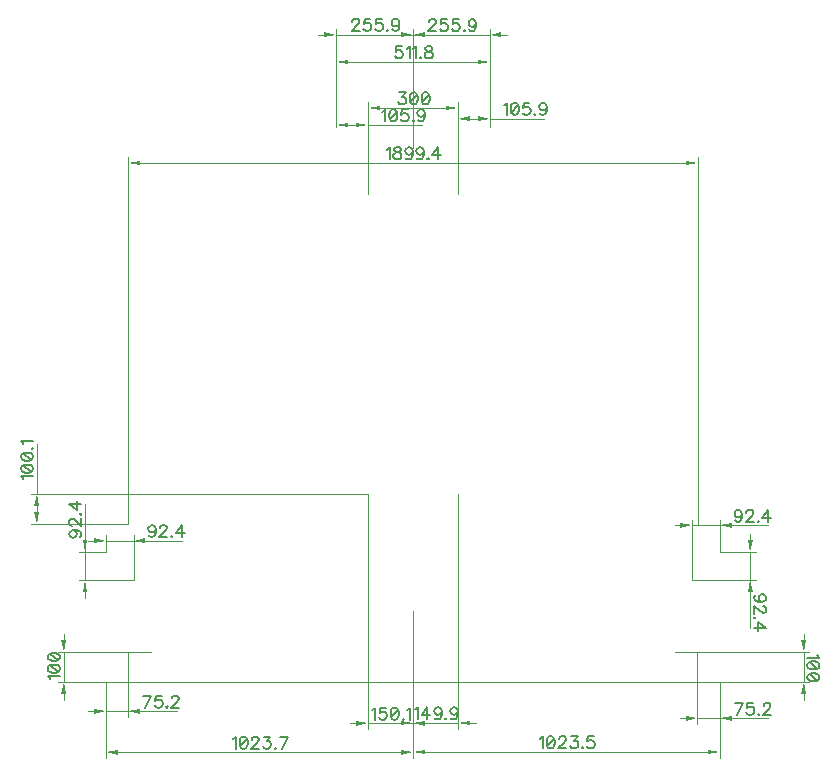
<source format=gbr>
G04 DipTrace 3.0.0.0*
G04 TopDimension.gbr*
%MOIN*%
G04 #@! TF.FileFunction,Drawing,Top*
G04 #@! TF.Part,Single*
%ADD13C,0.0015*%
%ADD42C,0.006176*%
%FSLAX26Y26*%
G04*
G70*
G90*
G75*
G01*
G04 TopDimension*
%LPD*%
X1417441Y631221D2*
D13*
Y139633D1*
X393701Y393701D2*
Y139633D1*
X905571Y159318D2*
X1378071D1*
G36*
X1417441D2*
X1378071Y151444D1*
Y167192D1*
X1417441Y159318D1*
G37*
X905571D2*
D13*
X433071D1*
G36*
X393701D2*
X433071Y167192D1*
Y151444D1*
X393701Y159318D1*
G37*
X1417441Y631221D2*
D13*
Y140814D1*
X2440945Y393701D2*
Y140814D1*
X1929193Y160499D2*
X1456811D1*
G36*
X1417441D2*
X1456811Y168373D1*
Y152625D1*
X1417441Y160499D1*
G37*
X1929193D2*
D13*
X2401575D1*
G36*
X2440945D2*
X2401575Y152625D1*
Y168373D1*
X2440945Y160499D1*
G37*
X1267310Y2021391D2*
D13*
Y2326641D1*
X1567310Y2021391D2*
Y2326641D1*
X1417310Y2306956D2*
X1306680D1*
G36*
X1267310D2*
X1306680Y2314830D1*
Y2299082D1*
X1267310Y2306956D1*
G37*
X1417310D2*
D13*
X1527940D1*
G36*
X1567310D2*
X1527940Y2299082D1*
Y2314830D1*
X1567310Y2306956D1*
G37*
X2367047Y921378D2*
D13*
Y2143439D1*
X467612Y921260D2*
Y2143439D1*
X1417330Y2123753D2*
X2327677D1*
G36*
X2367047D2*
X2327677Y2115879D1*
Y2131628D1*
X2367047Y2123753D1*
G37*
X1417330D2*
D13*
X506982D1*
G36*
X467612D2*
X506982Y2131628D1*
Y2115879D1*
X467612Y2123753D1*
G37*
X1567310Y2021391D2*
D13*
Y2291732D1*
X1673229Y2244095D2*
Y2291732D1*
X1620269Y2272047D2*
X1606680D1*
G36*
X1567310D2*
X1606680Y2279921D1*
Y2264173D1*
X1567310Y2272047D1*
G37*
X1620269D2*
D13*
X1633858D1*
G36*
X1673229D2*
X1633858Y2264173D1*
Y2279921D1*
X1673229Y2272047D1*
G37*
X1853929D2*
D13*
X1673229D1*
X1267310Y2021391D2*
Y2269948D1*
X1161418Y2244095D2*
Y2269948D1*
X1214364Y2250263D2*
X1227940D1*
G36*
X1267310D2*
X1227940Y2242389D1*
Y2258137D1*
X1267310Y2250263D1*
G37*
X1214364D2*
D13*
X1200788D1*
G36*
X1161418D2*
X1200788Y2258137D1*
Y2242389D1*
X1161418Y2250263D1*
G37*
X1448010D2*
D13*
X1267310D1*
X467612Y921260D2*
X143439D1*
X1267310Y1021391D2*
X143439D1*
X163124Y971326D2*
Y960630D1*
G36*
Y921260D2*
X155250Y960630D1*
X170998D1*
X163124Y921260D1*
G37*
Y971326D2*
D13*
Y982021D1*
G36*
Y1021391D2*
X170998Y982021D1*
X155250D1*
X163124Y1021391D1*
G37*
Y1186793D2*
D13*
Y1021391D1*
X2290958Y493688D2*
X2739239D1*
X393701Y393701D2*
X2739239D1*
X2719554Y493688D2*
Y393701D1*
Y552743D2*
Y533058D1*
G36*
Y493688D2*
X2711680Y533058D1*
X2727428D1*
X2719554Y493688D1*
G37*
Y334646D2*
D13*
Y354331D1*
G36*
Y393701D2*
X2727428Y354331D1*
X2711680D1*
X2719554Y393701D1*
G37*
X543688Y493688D2*
D13*
X233334D1*
X2440945Y393701D2*
X233334D1*
X253019Y493688D2*
Y393701D1*
Y552743D2*
Y533058D1*
G36*
Y493688D2*
X245145Y533058D1*
X260893D1*
X253019Y493688D1*
G37*
Y334646D2*
D13*
Y354331D1*
G36*
Y393701D2*
X260893Y354331D1*
X245145D1*
X253019Y393701D1*
G37*
X1161418Y2244095D2*
D13*
Y2479790D1*
X1673229Y2244095D2*
Y2479790D1*
X1417323Y2460105D2*
X1200788D1*
G36*
X1161418D2*
X1200788Y2467979D1*
Y2452231D1*
X1161418Y2460105D1*
G37*
X1417323D2*
D13*
X1633858D1*
G36*
X1673229D2*
X1633858Y2452231D1*
Y2467979D1*
X1673229Y2460105D1*
G37*
X1567310Y1021391D2*
D13*
Y237795D1*
X1417441Y531221D2*
Y237795D1*
Y257481D2*
X1567310D1*
X1358386D2*
X1378071D1*
G36*
X1417441D2*
X1378071Y249607D1*
Y265355D1*
X1417441Y257481D1*
G37*
X1626365D2*
D13*
X1606680D1*
G36*
X1567310D2*
X1606680Y265355D1*
Y249607D1*
X1567310Y257481D1*
G37*
X1417441Y531221D2*
D13*
Y235958D1*
X1267310Y1021391D2*
Y235958D1*
Y255643D2*
X1417441D1*
X1208255D2*
X1227940D1*
G36*
X1267310D2*
X1227940Y247769D1*
Y263517D1*
X1267310Y255643D1*
G37*
X1476496D2*
D13*
X1456811D1*
G36*
X1417441D2*
X1456811Y263517D1*
Y247769D1*
X1417441Y255643D1*
G37*
X468885Y493688D2*
D13*
Y276641D1*
X393701Y393701D2*
Y276641D1*
Y296326D2*
X468885D1*
X334646D2*
X354331D1*
G36*
X393701D2*
X354331Y288452D1*
Y304200D1*
X393701Y296326D1*
G37*
X527940D2*
D13*
X508255D1*
G36*
X468885D2*
X508255Y304200D1*
Y288452D1*
X468885Y296326D1*
G37*
X629540D2*
D13*
X468885D1*
X2365761Y493688D2*
Y252756D1*
X2440945Y393701D2*
Y252756D1*
X2365761Y272441D2*
X2440945D1*
X2306706D2*
X2326391D1*
G36*
X2365761D2*
X2326391Y264567D1*
Y280315D1*
X2365761Y272441D1*
G37*
X2500000D2*
D13*
X2480315D1*
G36*
X2440945D2*
X2480315Y280315D1*
Y264567D1*
X2440945Y272441D1*
G37*
X2601600D2*
D13*
X2440945D1*
X486089Y734383D2*
Y884383D1*
X393701Y826772D2*
Y884383D1*
Y864698D2*
X486089D1*
X334646D2*
X354331D1*
G36*
X393701D2*
X354331Y856824D1*
Y872572D1*
X393701Y864698D1*
G37*
X545145D2*
D13*
X525460D1*
G36*
X486089D2*
X525460Y872572D1*
Y856824D1*
X486089Y864698D1*
G37*
X646744D2*
D13*
X486089D1*
Y734383D2*
X304331D1*
X393701Y826772D2*
X304331D1*
X324016D2*
Y734383D1*
Y885827D2*
Y866142D1*
G36*
Y826772D2*
X316142Y866142D1*
X331890D1*
X324016Y826772D1*
G37*
Y675328D2*
D13*
Y695013D1*
G36*
Y734383D2*
X331890Y695013D1*
X316142D1*
X324016Y734383D1*
G37*
Y987427D2*
D13*
Y826772D1*
X2348557Y734383D2*
Y935171D1*
X2440945Y826772D2*
Y935171D1*
X2348557Y915486D2*
X2440945D1*
X2289502D2*
X2309187D1*
G36*
X2348557D2*
X2309187Y907612D1*
Y923360D1*
X2348557Y915486D1*
G37*
X2500000D2*
D13*
X2480315D1*
G36*
X2440945D2*
X2480315Y923360D1*
Y907612D1*
X2440945Y915486D1*
G37*
X2601600D2*
D13*
X2440945D1*
X2348557Y734383D2*
X2562074D1*
X2440945Y826772D2*
X2562074D1*
X2542389D2*
Y734383D1*
Y885827D2*
Y866142D1*
G36*
Y826772D2*
X2534515Y866142D1*
X2550263D1*
X2542389Y826772D1*
G37*
Y675328D2*
D13*
Y695013D1*
G36*
Y734383D2*
X2550263Y695013D1*
X2534515D1*
X2542389Y734383D1*
G37*
Y573728D2*
D13*
Y826772D1*
X1417323Y2172966D2*
Y2570735D1*
X1673229Y2244095D2*
Y2570735D1*
X1417323Y2551050D2*
X1673229D1*
X1358268D2*
X1377953D1*
G36*
X1417323D2*
X1377953Y2543176D1*
Y2558924D1*
X1417323Y2551050D1*
G37*
X1732284D2*
D13*
X1712599D1*
G36*
X1673229D2*
X1712599Y2558924D1*
Y2543176D1*
X1673229Y2551050D1*
G37*
X1417323Y2172966D2*
D13*
Y2571785D1*
X1161418Y2244095D2*
Y2571785D1*
Y2552100D2*
X1417323D1*
X1102362D2*
X1122047D1*
G36*
X1161418D2*
X1122047Y2544226D1*
Y2559974D1*
X1161418Y2552100D1*
G37*
X1476378D2*
D13*
X1456693D1*
G36*
X1417323D2*
X1456693Y2559974D1*
Y2544226D1*
X1417323Y2552100D1*
G37*
X817470Y204027D2*
D42*
X821317Y205973D1*
X827065Y211676D1*
Y171529D1*
X850913Y211676D2*
X845165Y209775D1*
X841318Y204027D1*
X839417Y194476D1*
Y188728D1*
X841318Y179178D1*
X845165Y173430D1*
X850913Y171529D1*
X854715D1*
X860463Y173430D1*
X864266Y179178D1*
X866211Y188728D1*
Y194476D1*
X864266Y204027D1*
X860463Y209775D1*
X854715Y211676D1*
X850913D1*
X864266Y204027D2*
X841318Y179178D1*
X880508Y202126D2*
Y204027D1*
X882409Y207874D1*
X884311Y209775D1*
X888157Y211676D1*
X895807D1*
X899609Y209775D1*
X901510Y207874D1*
X903456Y204027D1*
Y200224D1*
X901510Y196378D1*
X897708Y190674D1*
X878563Y171529D1*
X905357D1*
X921555Y211676D2*
X942558D1*
X931106Y196378D1*
X936854D1*
X940657Y194476D1*
X942558Y192575D1*
X944503Y186827D1*
Y183025D1*
X942558Y177277D1*
X938755Y173430D1*
X933007Y171529D1*
X927259D1*
X921555Y173430D1*
X919654Y175375D1*
X917709Y179178D1*
X958756Y175375D2*
X956855Y173430D1*
X958756Y171529D1*
X960701Y173430D1*
X958756Y175375D1*
X980702Y171529D2*
X999848Y211676D1*
X973053D1*
X1841092Y205208D2*
X1844939Y207154D1*
X1850687Y212857D1*
Y172710D1*
X1874535Y212857D2*
X1868787Y210956D1*
X1864940Y205208D1*
X1863039Y195658D1*
Y189910D1*
X1864940Y180359D1*
X1868787Y174611D1*
X1874535Y172710D1*
X1878337D1*
X1884085Y174611D1*
X1887888Y180359D1*
X1889833Y189910D1*
Y195658D1*
X1887888Y205208D1*
X1884085Y210956D1*
X1878337Y212857D1*
X1874535D1*
X1887888Y205208D2*
X1864940Y180359D1*
X1904130Y203307D2*
Y205208D1*
X1906031Y209055D1*
X1907933Y210956D1*
X1911779Y212857D1*
X1919429D1*
X1923231Y210956D1*
X1925133Y209055D1*
X1927078Y205208D1*
Y201406D1*
X1925133Y197559D1*
X1921330Y191855D1*
X1902185Y172710D1*
X1928979D1*
X1945177Y212857D2*
X1966180D1*
X1954728Y197559D1*
X1960476D1*
X1964279Y195658D1*
X1966180Y193756D1*
X1968125Y188008D1*
Y184206D1*
X1966180Y178458D1*
X1962377Y174611D1*
X1956629Y172710D1*
X1950881D1*
X1945177Y174611D1*
X1943276Y176556D1*
X1941331Y180359D1*
X1982378Y176556D2*
X1980477Y174611D1*
X1982378Y172710D1*
X1984324Y174611D1*
X1982378Y176556D1*
X2019623Y212857D2*
X2000522D1*
X1998620Y195658D1*
X2000522Y197559D1*
X2006270Y199504D1*
X2011974D1*
X2017722Y197559D1*
X2021568Y193756D1*
X2023470Y188008D1*
Y184206D1*
X2021568Y178458D1*
X2017722Y174611D1*
X2011974Y172710D1*
X2006270D1*
X2000522Y174611D1*
X1998620Y176556D1*
X1996675Y180359D1*
X1371701Y2359314D2*
X1392704D1*
X1381252Y2344016D1*
X1387000D1*
X1390802Y2342114D1*
X1392704Y2340213D1*
X1394649Y2334465D1*
Y2330662D1*
X1392704Y2324914D1*
X1388901Y2321068D1*
X1383153Y2319166D1*
X1377405D1*
X1371701Y2321068D1*
X1369800Y2323013D1*
X1367854Y2326816D1*
X1418497Y2359314D2*
X1412748Y2357413D1*
X1408902Y2351665D1*
X1407000Y2342114D1*
Y2336366D1*
X1408902Y2326816D1*
X1412748Y2321068D1*
X1418497Y2319166D1*
X1422299D1*
X1428047Y2321068D1*
X1431850Y2326816D1*
X1433795Y2336366D1*
Y2342114D1*
X1431850Y2351665D1*
X1428047Y2357413D1*
X1422299Y2359314D1*
X1418497D1*
X1431850Y2351665D2*
X1408902Y2326816D1*
X1457643Y2359314D2*
X1451895Y2357413D1*
X1448048Y2351665D1*
X1446147Y2342114D1*
Y2336366D1*
X1448048Y2326816D1*
X1451895Y2321068D1*
X1457643Y2319166D1*
X1461445D1*
X1467193Y2321068D1*
X1470996Y2326816D1*
X1472941Y2336366D1*
Y2342114D1*
X1470996Y2351665D1*
X1467193Y2357413D1*
X1461445Y2359314D1*
X1457643D1*
X1470996Y2351665D2*
X1448048Y2326816D1*
X1330202Y2168463D2*
X1334048Y2170408D1*
X1339796Y2176112D1*
Y2135964D1*
X1361698Y2176112D2*
X1355995Y2174211D1*
X1354049Y2170408D1*
Y2166561D1*
X1355995Y2162759D1*
X1359797Y2160813D1*
X1367446Y2158912D1*
X1373194Y2157011D1*
X1376997Y2153164D1*
X1378898Y2149362D1*
Y2143614D1*
X1376997Y2139811D1*
X1375096Y2137866D1*
X1369348Y2135964D1*
X1361698D1*
X1355995Y2137866D1*
X1354049Y2139811D1*
X1352148Y2143614D1*
Y2149362D1*
X1354049Y2153164D1*
X1357896Y2157011D1*
X1363600Y2158912D1*
X1371249Y2160813D1*
X1375096Y2162759D1*
X1376997Y2166561D1*
Y2170408D1*
X1375096Y2174211D1*
X1369348Y2176112D1*
X1361698D1*
X1416143Y2162759D2*
X1414198Y2157011D1*
X1410395Y2153164D1*
X1404647Y2151263D1*
X1402746D1*
X1396998Y2153164D1*
X1393195Y2157011D1*
X1391250Y2162759D1*
Y2164660D1*
X1393195Y2170408D1*
X1396998Y2174211D1*
X1402746Y2176112D1*
X1404647D1*
X1410395Y2174211D1*
X1414198Y2170408D1*
X1416143Y2162759D1*
Y2153164D1*
X1414198Y2143614D1*
X1410395Y2137866D1*
X1404647Y2135964D1*
X1400844D1*
X1395096Y2137866D1*
X1393195Y2141712D1*
X1453388Y2162759D2*
X1451442Y2157011D1*
X1447640Y2153164D1*
X1441892Y2151263D1*
X1439990D1*
X1434242Y2153164D1*
X1430440Y2157011D1*
X1428494Y2162759D1*
Y2164660D1*
X1430440Y2170408D1*
X1434242Y2174211D1*
X1439990Y2176112D1*
X1441892D1*
X1447640Y2174211D1*
X1451442Y2170408D1*
X1453388Y2162759D1*
Y2153164D1*
X1451442Y2143614D1*
X1447640Y2137866D1*
X1441892Y2135964D1*
X1438089D1*
X1432341Y2137866D1*
X1430440Y2141712D1*
X1467640Y2139811D2*
X1465739Y2137866D1*
X1467640Y2135964D1*
X1469586Y2137866D1*
X1467640Y2139811D1*
X1501083Y2135964D2*
Y2176112D1*
X1481937Y2149362D1*
X1510633D1*
X1721862Y2316757D2*
X1725709Y2318702D1*
X1731457Y2324406D1*
Y2284258D1*
X1755304Y2324406D2*
X1749556Y2322505D1*
X1745710Y2316757D1*
X1743808Y2307206D1*
Y2301458D1*
X1745710Y2291908D1*
X1749556Y2286159D1*
X1755304Y2284258D1*
X1759107D1*
X1764855Y2286159D1*
X1768658Y2291908D1*
X1770603Y2301458D1*
Y2307206D1*
X1768658Y2316757D1*
X1764855Y2322505D1*
X1759107Y2324406D1*
X1755304D1*
X1768658Y2316757D2*
X1745710Y2291908D1*
X1805902Y2324406D2*
X1786801D1*
X1784900Y2307206D1*
X1786801Y2309107D1*
X1792549Y2311053D1*
X1798253D1*
X1804001Y2309107D1*
X1807848Y2305305D1*
X1809749Y2299557D1*
Y2295754D1*
X1807848Y2290006D1*
X1804001Y2286159D1*
X1798253Y2284258D1*
X1792549D1*
X1786801Y2286159D1*
X1784900Y2288105D1*
X1782954Y2291908D1*
X1824002Y2288105D2*
X1822101Y2286159D1*
X1824002Y2284258D1*
X1825947Y2286159D1*
X1824002Y2288105D1*
X1863192Y2311053D2*
X1861247Y2305305D1*
X1857444Y2301458D1*
X1851696Y2299557D1*
X1849795D1*
X1844047Y2301458D1*
X1840244Y2305305D1*
X1838299Y2311053D1*
Y2312954D1*
X1840244Y2318702D1*
X1844047Y2322505D1*
X1849795Y2324406D1*
X1851696D1*
X1857444Y2322505D1*
X1861247Y2318702D1*
X1863192Y2311053D1*
Y2301458D1*
X1861247Y2291908D1*
X1857444Y2286159D1*
X1851696Y2284258D1*
X1847893D1*
X1842145Y2286159D1*
X1840244Y2290006D1*
X1315944Y2294972D2*
X1319790Y2296917D1*
X1325538Y2302621D1*
Y2262473D1*
X1349386Y2302621D2*
X1343638Y2300720D1*
X1339791Y2294972D1*
X1337890Y2285421D1*
Y2279673D1*
X1339791Y2270123D1*
X1343638Y2264375D1*
X1349386Y2262473D1*
X1353188D1*
X1358936Y2264375D1*
X1362739Y2270123D1*
X1364684Y2279673D1*
Y2285421D1*
X1362739Y2294972D1*
X1358936Y2300720D1*
X1353188Y2302621D1*
X1349386D1*
X1362739Y2294972D2*
X1339791Y2270123D1*
X1399984Y2302621D2*
X1380883D1*
X1378981Y2285421D1*
X1380883Y2287323D1*
X1386631Y2289268D1*
X1392334D1*
X1398082Y2287323D1*
X1401929Y2283520D1*
X1403830Y2277772D1*
Y2273970D1*
X1401929Y2268221D1*
X1398082Y2264375D1*
X1392334Y2262473D1*
X1386631D1*
X1380883Y2264375D1*
X1378981Y2266320D1*
X1377036Y2270123D1*
X1418083Y2266320D2*
X1416182Y2264375D1*
X1418083Y2262473D1*
X1420029Y2264375D1*
X1418083Y2266320D1*
X1457273Y2289268D2*
X1455328Y2283520D1*
X1451525Y2279673D1*
X1445777Y2277772D1*
X1443876D1*
X1438128Y2279673D1*
X1434326Y2283520D1*
X1432380Y2289268D1*
Y2291169D1*
X1434326Y2296917D1*
X1438128Y2300720D1*
X1443876Y2302621D1*
X1445777D1*
X1451525Y2300720D1*
X1455328Y2296917D1*
X1457273Y2289268D1*
Y2279673D1*
X1455328Y2270123D1*
X1451525Y2264375D1*
X1445777Y2262473D1*
X1441975D1*
X1436227Y2264375D1*
X1434326Y2268221D1*
X118414Y1070025D2*
X116469Y1073872D1*
X110765Y1079620D1*
X150913D1*
X110765Y1103467D2*
X112666Y1097719D1*
X118414Y1093872D1*
X127965Y1091971D1*
X133713D1*
X143264Y1093872D1*
X149012Y1097719D1*
X150913Y1103467D1*
Y1107270D1*
X149012Y1113018D1*
X143264Y1116820D1*
X133713Y1118766D1*
X127965D1*
X118414Y1116820D1*
X112666Y1113018D1*
X110765Y1107270D1*
Y1103467D1*
X118414Y1116820D2*
X143264Y1093872D1*
X110765Y1142613D2*
X112666Y1136865D1*
X118414Y1133018D1*
X127965Y1131117D1*
X133713D1*
X143264Y1133018D1*
X149012Y1136865D1*
X150913Y1142613D1*
Y1146416D1*
X149012Y1152164D1*
X143264Y1155966D1*
X133713Y1157912D1*
X127965D1*
X118414Y1155966D1*
X112666Y1152164D1*
X110765Y1146416D1*
Y1142613D1*
X118414Y1155966D2*
X143264Y1133018D1*
X147066Y1172165D2*
X149012Y1170263D1*
X150913Y1172165D1*
X149012Y1174110D1*
X147066Y1172165D1*
X118414Y1186461D2*
X116469Y1190308D1*
X110765Y1196056D1*
X150913D1*
X2764263Y484550D2*
X2766209Y480703D1*
X2771913Y474955D1*
X2731765D1*
X2771913Y451108D2*
X2770011Y456856D1*
X2764263Y460703D1*
X2754713Y462604D1*
X2748965D1*
X2739414Y460703D1*
X2733666Y456856D1*
X2731765Y451108D1*
Y447305D1*
X2733666Y441557D1*
X2739414Y437755D1*
X2748965Y435809D1*
X2754713D1*
X2764263Y437755D1*
X2770011Y441557D1*
X2771913Y447305D1*
Y451108D1*
X2764263Y437755D2*
X2739414Y460703D1*
X2771913Y411962D2*
X2770011Y417710D1*
X2764263Y421557D1*
X2754713Y423458D1*
X2748965D1*
X2739414Y421557D1*
X2733666Y417710D1*
X2731765Y411962D1*
Y408159D1*
X2733666Y402411D1*
X2739414Y398609D1*
X2748965Y396663D1*
X2754713D1*
X2764263Y398609D1*
X2770011Y402411D1*
X2771913Y408159D1*
Y411962D1*
X2764263Y398609D2*
X2739414Y421557D1*
X208309Y402839D2*
X206364Y406686D1*
X200660Y412434D1*
X240808D1*
X200660Y436281D2*
X202561Y430533D1*
X208309Y426686D1*
X217860Y424785D1*
X223608D1*
X233159Y426686D1*
X238907Y430533D1*
X240808Y436281D1*
Y440084D1*
X238907Y445832D1*
X233159Y449634D1*
X223608Y451580D1*
X217860D1*
X208309Y449634D1*
X202561Y445832D1*
X200660Y440084D1*
Y436281D1*
X208309Y449634D2*
X233159Y426686D1*
X200660Y475427D2*
X202561Y469679D1*
X208309Y465832D1*
X217860Y463931D1*
X223608D1*
X233159Y465832D1*
X238907Y469679D1*
X240808Y475427D1*
Y479230D1*
X238907Y484978D1*
X233159Y488780D1*
X223608Y490726D1*
X217860D1*
X208309Y488780D1*
X202561Y484978D1*
X200660Y479230D1*
Y475427D1*
X208309Y488780D2*
X233159Y465832D1*
X1380365Y2512464D2*
X1361264D1*
X1359363Y2495264D1*
X1361264Y2497165D1*
X1367012Y2499111D1*
X1372716D1*
X1378464Y2497165D1*
X1382311Y2493363D1*
X1384212Y2487615D1*
Y2483812D1*
X1382311Y2478064D1*
X1378464Y2474217D1*
X1372716Y2472316D1*
X1367012D1*
X1361264Y2474217D1*
X1359363Y2476163D1*
X1357417Y2479965D1*
X1396563Y2504814D2*
X1400410Y2506760D1*
X1406158Y2512464D1*
Y2472316D1*
X1418510Y2504814D2*
X1422356Y2506760D1*
X1428104Y2512464D1*
Y2472316D1*
X1442357Y2476163D2*
X1440456Y2474217D1*
X1442357Y2472316D1*
X1444303Y2474217D1*
X1442357Y2476163D1*
X1466205Y2512464D2*
X1460501Y2510562D1*
X1458555Y2506760D1*
Y2502913D1*
X1460501Y2499111D1*
X1464303Y2497165D1*
X1471953Y2495264D1*
X1477701Y2493363D1*
X1481503Y2489516D1*
X1483404Y2485713D1*
Y2479965D1*
X1481503Y2476163D1*
X1479602Y2474217D1*
X1473854Y2472316D1*
X1466205D1*
X1460501Y2474217D1*
X1458555Y2476163D1*
X1456654Y2479965D1*
Y2485713D1*
X1458555Y2489516D1*
X1462402Y2493363D1*
X1468106Y2495264D1*
X1475755Y2497165D1*
X1479602Y2499111D1*
X1481503Y2502913D1*
Y2506760D1*
X1479602Y2510562D1*
X1473854Y2512464D1*
X1466205D1*
X1424798Y302190D2*
X1428645Y304135D1*
X1434393Y309839D1*
Y269691D1*
X1465890D2*
Y309839D1*
X1446745Y283089D1*
X1475441D1*
X1512685Y296486D2*
X1510740Y290738D1*
X1506937Y286891D1*
X1501189Y284990D1*
X1499288D1*
X1493540Y286891D1*
X1489737Y290738D1*
X1487792Y296486D1*
Y298387D1*
X1489737Y304135D1*
X1493540Y307938D1*
X1499288Y309839D1*
X1501189D1*
X1506937Y307938D1*
X1510740Y304135D1*
X1512685Y296486D1*
Y286891D1*
X1510740Y277341D1*
X1506937Y271593D1*
X1501189Y269691D1*
X1497387D1*
X1491639Y271593D1*
X1489737Y275439D1*
X1526938Y273538D2*
X1525037Y271593D1*
X1526938Y269691D1*
X1528884Y271593D1*
X1526938Y273538D1*
X1566128Y296486D2*
X1564183Y290738D1*
X1560380Y286891D1*
X1554632Y284990D1*
X1552731D1*
X1546983Y286891D1*
X1543180Y290738D1*
X1541235Y296486D1*
Y298387D1*
X1543180Y304135D1*
X1546983Y307938D1*
X1552731Y309839D1*
X1554632D1*
X1560380Y307938D1*
X1564183Y304135D1*
X1566128Y296486D1*
Y286891D1*
X1564183Y277341D1*
X1560380Y271593D1*
X1554632Y269691D1*
X1550830D1*
X1545082Y271593D1*
X1543180Y275439D1*
X1282448Y300353D2*
X1286295Y302298D1*
X1292043Y308002D1*
Y267854D1*
X1327342Y308002D2*
X1308241D1*
X1306339Y290802D1*
X1308241Y292703D1*
X1313989Y294649D1*
X1319693D1*
X1325441Y292703D1*
X1329287Y288901D1*
X1331189Y283153D1*
Y279350D1*
X1329287Y273602D1*
X1325441Y269755D1*
X1319693Y267854D1*
X1313989D1*
X1308241Y269755D1*
X1306339Y271701D1*
X1304394Y275503D1*
X1355036Y308002D2*
X1349288Y306101D1*
X1345441Y300353D1*
X1343540Y290802D1*
Y285054D1*
X1345441Y275503D1*
X1349288Y269755D1*
X1355036Y267854D1*
X1358839D1*
X1364587Y269755D1*
X1368389Y275503D1*
X1370335Y285054D1*
Y290802D1*
X1368389Y300353D1*
X1364587Y306101D1*
X1358839Y308002D1*
X1355036D1*
X1368389Y300353D2*
X1345441Y275503D1*
X1384587Y271701D2*
X1382686Y269755D1*
X1384587Y267854D1*
X1386533Y269755D1*
X1384587Y271701D1*
X1398884Y300353D2*
X1402731Y302298D1*
X1408479Y308002D1*
Y267854D1*
X525168Y308536D2*
X544313Y348684D1*
X517518D1*
X579612D2*
X560511D1*
X558610Y331484D1*
X560511Y333386D1*
X566259Y335331D1*
X571963D1*
X577711Y333386D1*
X581558Y329583D1*
X583459Y323835D1*
Y320032D1*
X581558Y314284D1*
X577711Y310438D1*
X571963Y308536D1*
X566259D1*
X560511Y310438D1*
X558610Y312383D1*
X556664Y316186D1*
X597712Y312383D2*
X595810Y310438D1*
X597712Y308536D1*
X599657Y310438D1*
X597712Y312383D1*
X613954Y339134D2*
Y341035D1*
X615855Y344882D1*
X617757Y346783D1*
X621603Y348684D1*
X629253D1*
X633055Y346783D1*
X634957Y344882D1*
X636902Y341035D1*
Y337232D1*
X634957Y333386D1*
X631154Y327682D1*
X612009Y308536D1*
X638803D1*
X2497228Y284652D2*
X2516373Y324800D1*
X2489579D1*
X2551673D2*
X2532572D1*
X2530670Y307600D1*
X2532572Y309501D1*
X2538320Y311447D1*
X2544023D1*
X2549771Y309501D1*
X2553618Y305699D1*
X2555519Y299951D1*
Y296148D1*
X2553618Y290400D1*
X2549771Y286553D1*
X2544023Y284652D1*
X2538320D1*
X2532572Y286553D1*
X2530670Y288499D1*
X2528725Y292301D1*
X2569772Y288499D2*
X2567871Y286553D1*
X2569772Y284652D1*
X2571718Y286553D1*
X2569772Y288499D1*
X2586014Y315249D2*
Y317150D1*
X2587916Y320997D1*
X2589817Y322898D1*
X2593664Y324800D1*
X2601313D1*
X2605116Y322898D1*
X2607017Y320997D1*
X2608962Y317150D1*
Y313348D1*
X2607017Y309501D1*
X2603214Y303797D1*
X2584069Y284652D1*
X2610864D1*
X559616Y903704D2*
X557671Y897956D1*
X553868Y894109D1*
X548120Y892208D1*
X546219D1*
X540471Y894109D1*
X536669Y897956D1*
X534723Y903704D1*
Y905605D1*
X536669Y911353D1*
X540471Y915156D1*
X546219Y917057D1*
X548120D1*
X553868Y915156D1*
X557671Y911353D1*
X559616Y903704D1*
Y894109D1*
X557671Y884558D1*
X553868Y878810D1*
X548120Y876909D1*
X544318D1*
X538570Y878810D1*
X536669Y882657D1*
X573913Y907506D2*
Y909408D1*
X575815Y913254D1*
X577716Y915156D1*
X581563Y917057D1*
X589212D1*
X593015Y915156D1*
X594916Y913254D1*
X596861Y909408D1*
Y905605D1*
X594916Y901758D1*
X591113Y896054D1*
X571968Y876909D1*
X598763D1*
X613015Y880756D2*
X611114Y878810D1*
X613015Y876909D1*
X614961Y878810D1*
X613015Y880756D1*
X646457Y876909D2*
Y917057D1*
X627312Y890306D1*
X656008D1*
X285011Y900299D2*
X290759Y898353D1*
X294605Y894551D1*
X296507Y888803D1*
Y886902D1*
X294605Y881154D1*
X290759Y877351D1*
X285011Y875405D1*
X283109D1*
X277361Y877351D1*
X273559Y881154D1*
X271657Y886902D1*
Y888803D1*
X273559Y894551D1*
X277361Y898353D1*
X285011Y900299D1*
X294605D1*
X304156Y898353D1*
X309904Y894551D1*
X311805Y888803D1*
Y885000D1*
X309904Y879252D1*
X306057Y877351D1*
X281208Y914596D2*
X279307D1*
X275460Y916497D1*
X273559Y918398D1*
X271657Y922245D1*
Y929894D1*
X273559Y933697D1*
X275460Y935598D1*
X279307Y937544D1*
X283109D1*
X286956Y935598D1*
X292660Y931796D1*
X311805Y912650D1*
Y939445D1*
X307958Y953698D2*
X309904Y951796D1*
X311805Y953698D1*
X309904Y955643D1*
X307958Y953698D1*
X311805Y987140D2*
X271657D1*
X298408Y967995D1*
Y996690D1*
X2514472Y954491D2*
X2512527Y948743D1*
X2508724Y944896D1*
X2502976Y942995D1*
X2501075D1*
X2495327Y944896D1*
X2491524Y948743D1*
X2489579Y954491D1*
Y956392D1*
X2491524Y962141D1*
X2495327Y965943D1*
X2501075Y967844D1*
X2502976D1*
X2508724Y965943D1*
X2512527Y962141D1*
X2514472Y954491D1*
Y944896D1*
X2512527Y935346D1*
X2508724Y929598D1*
X2502976Y927697D1*
X2499174D1*
X2493425Y929598D1*
X2491524Y933445D1*
X2528769Y958294D2*
Y960195D1*
X2530670Y964042D1*
X2532572Y965943D1*
X2536418Y967844D1*
X2544068D1*
X2547870Y965943D1*
X2549771Y964042D1*
X2551717Y960195D1*
Y956392D1*
X2549771Y952546D1*
X2545969Y946842D1*
X2526824Y927697D1*
X2553618D1*
X2567871Y931543D2*
X2565970Y929598D1*
X2567871Y927697D1*
X2569816Y929598D1*
X2567871Y931543D1*
X2601313Y927697D2*
Y967844D1*
X2582168Y941094D1*
X2610864D1*
X2581394Y660856D2*
X2575646Y662802D1*
X2571799Y666604D1*
X2569898Y672352D1*
Y674254D1*
X2571799Y680002D1*
X2575646Y683804D1*
X2581394Y685750D1*
X2583295D1*
X2589043Y683804D1*
X2592846Y680002D1*
X2594747Y674254D1*
Y672352D1*
X2592846Y666604D1*
X2589043Y662802D1*
X2581394Y660856D1*
X2571799D1*
X2562249Y662802D1*
X2556501Y666604D1*
X2554599Y672352D1*
Y676155D1*
X2556501Y681903D1*
X2560347Y683804D1*
X2585197Y646560D2*
X2587098D1*
X2590945Y644658D1*
X2592846Y642757D1*
X2594747Y638910D1*
Y631261D1*
X2592846Y627458D1*
X2590945Y625557D1*
X2587098Y623612D1*
X2583295D1*
X2579449Y625557D1*
X2573745Y629360D1*
X2554599Y648505D1*
Y621710D1*
X2558446Y607458D2*
X2556501Y609359D1*
X2554599Y607458D1*
X2556501Y605512D1*
X2558446Y607458D1*
X2554599Y574015D2*
X2594747D1*
X2567997Y593161D1*
Y564465D1*
X1471044Y2593858D2*
Y2595759D1*
X1472946Y2599606D1*
X1474847Y2601507D1*
X1478694Y2603409D1*
X1486343D1*
X1490145Y2601507D1*
X1492047Y2599606D1*
X1493992Y2595759D1*
Y2591957D1*
X1492047Y2588110D1*
X1488244Y2582406D1*
X1469099Y2563261D1*
X1495893D1*
X1531193Y2603409D2*
X1512092D1*
X1510190Y2586209D1*
X1512092Y2588110D1*
X1517840Y2590056D1*
X1523543D1*
X1529291Y2588110D1*
X1533138Y2584307D1*
X1535040Y2578559D1*
Y2574757D1*
X1533138Y2569009D1*
X1529291Y2565162D1*
X1523543Y2563261D1*
X1517840D1*
X1512092Y2565162D1*
X1510190Y2567108D1*
X1508245Y2570910D1*
X1570339Y2603409D2*
X1551238D1*
X1549336Y2586209D1*
X1551238Y2588110D1*
X1556986Y2590056D1*
X1562690D1*
X1568438Y2588110D1*
X1572284Y2584307D1*
X1574186Y2578559D1*
Y2574757D1*
X1572284Y2569009D1*
X1568438Y2565162D1*
X1562690Y2563261D1*
X1556986D1*
X1551238Y2565162D1*
X1549336Y2567108D1*
X1547391Y2570910D1*
X1588438Y2567108D2*
X1586537Y2565162D1*
X1588438Y2563261D1*
X1590384Y2565162D1*
X1588438Y2567108D1*
X1627629Y2590056D2*
X1625683Y2584307D1*
X1621880Y2580461D1*
X1616132Y2578559D1*
X1614231D1*
X1608483Y2580461D1*
X1604681Y2584307D1*
X1602735Y2590056D1*
Y2591957D1*
X1604681Y2597705D1*
X1608483Y2601507D1*
X1614231Y2603409D1*
X1616132D1*
X1621880Y2601507D1*
X1625683Y2597705D1*
X1627629Y2590056D1*
Y2580461D1*
X1625683Y2570910D1*
X1621880Y2565162D1*
X1616132Y2563261D1*
X1612330D1*
X1606582Y2565162D1*
X1604681Y2569009D1*
X1215139Y2594908D2*
Y2596809D1*
X1217040Y2600656D1*
X1218941Y2602557D1*
X1222788Y2604458D1*
X1230437D1*
X1234240Y2602557D1*
X1236141Y2600656D1*
X1238087Y2596809D1*
Y2593007D1*
X1236141Y2589160D1*
X1232339Y2583456D1*
X1213193Y2564311D1*
X1239988D1*
X1275287Y2604458D2*
X1256186D1*
X1254285Y2587259D1*
X1256186Y2589160D1*
X1261934Y2591105D1*
X1267638D1*
X1273386Y2589160D1*
X1277233Y2585357D1*
X1279134Y2579609D1*
Y2575807D1*
X1277233Y2570059D1*
X1273386Y2566212D1*
X1267638Y2564311D1*
X1261934D1*
X1256186Y2566212D1*
X1254285Y2568157D1*
X1252339Y2571960D1*
X1314433Y2604458D2*
X1295332D1*
X1293431Y2587259D1*
X1295332Y2589160D1*
X1301080Y2591105D1*
X1306784D1*
X1312532Y2589160D1*
X1316379Y2585357D1*
X1318280Y2579609D1*
Y2575807D1*
X1316379Y2570059D1*
X1312532Y2566212D1*
X1306784Y2564311D1*
X1301080D1*
X1295332Y2566212D1*
X1293431Y2568157D1*
X1291485Y2571960D1*
X1332533Y2568157D2*
X1330631Y2566212D1*
X1332533Y2564311D1*
X1334478Y2566212D1*
X1332533Y2568157D1*
X1371723Y2591105D2*
X1369778Y2585357D1*
X1365975Y2581511D1*
X1360227Y2579609D1*
X1358326D1*
X1352578Y2581511D1*
X1348775Y2585357D1*
X1346830Y2591105D1*
Y2593007D1*
X1348775Y2598755D1*
X1352578Y2602557D1*
X1358326Y2604458D1*
X1360227D1*
X1365975Y2602557D1*
X1369778Y2598755D1*
X1371723Y2591105D1*
Y2581511D1*
X1369778Y2571960D1*
X1365975Y2566212D1*
X1360227Y2564311D1*
X1356424D1*
X1350676Y2566212D1*
X1348775Y2570059D1*
M02*

</source>
